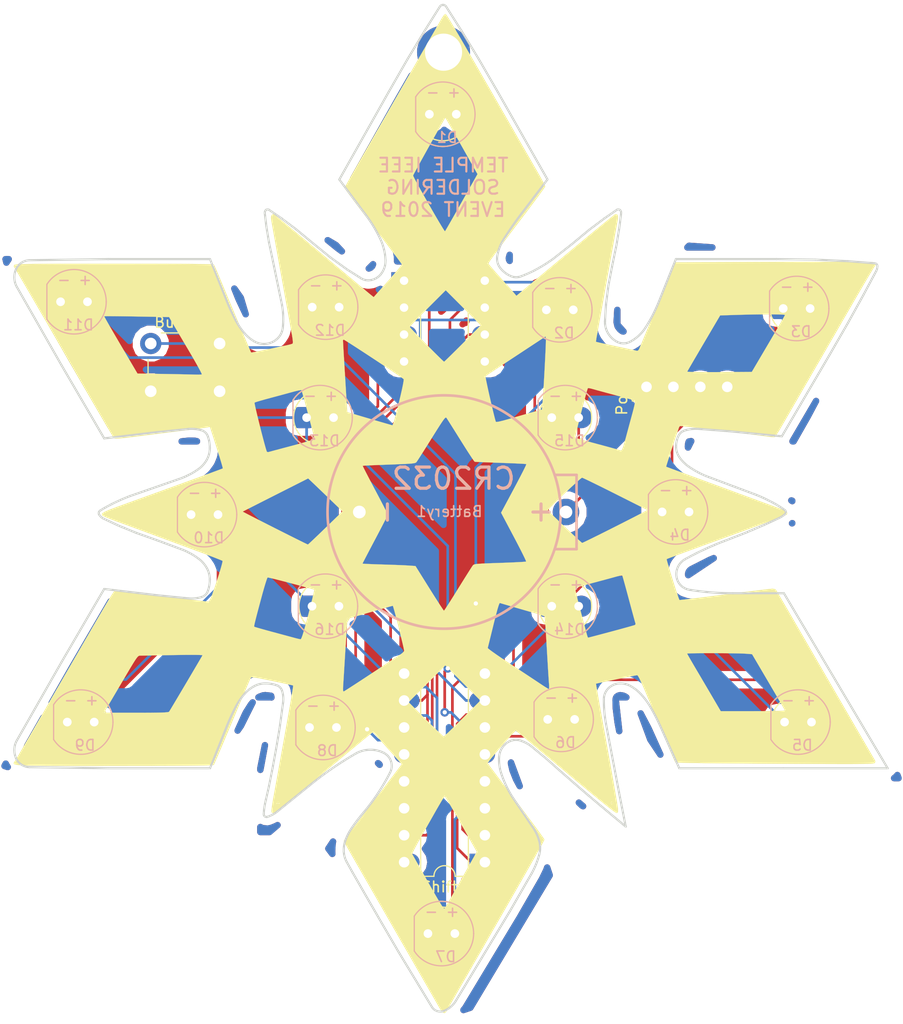
<source format=kicad_pcb>
(kicad_pcb (version 20171130) (host pcbnew "(5.0.0)")
  (layers (0 F.Cu signal) (31 B.Cu signal) (34 B.Paste user) (35 F.Paste user) (36 B.SilkS user) (37 F.SilkS user) (38 B.Mask user) (39 F.Mask user hide) (44 Edge.Cuts user))
  (net 0 "")
  (net 1 BTN)
  (net 2 GND)
  (net 3 "Net-(D1-Pad2)")
  (net 4 "Net-(D3-Pad2)")
  (net 5 "Net-(D5-Pad2)")
  (net 6 "Net-(D7-Pad2)")
  (net 7 "Net-(D10-Pad2)")
  (net 8 "Net-(D11-Pad2)")
  (net 9 "Net-(D13-Pad2)")
  (net 10 "Net-(D15-Pad2)")
  (net 11 VCC)
  (net 12 "Net-(Battery1-Pad2)")
  (net 13 "Net-(Shift1-Pad14)")
  (net 14 "Net-(Shift1-Pad13)")
  (net 15 "Net-(Shift1-Pad12)")
  (net 16 "Net-(Shift1-Pad11)")
  (module "TEST:snowflake large" (layer F.Cu) (at 127 97.79)
    (fp_text reference G*** hide)
    (fp_text value LOGO hide)
  )
  (module "TEST:4mm Mount" (layer F.Cu) (at 126.95 51.95)
    (fp_text reference g1 (at 0.5 6) (layer F.SilkS))
    (fp_text value "4mm Mount")
    (pad 1 thru_hole circle (at 0 2.5) (size 5 5) (drill 3.5) (layers *.Cu *.Mask))
  )
  (module Buttons_Switches_THT:SW_PUSH_6mm_h5mm (layer F.Cu) (at 99.314 81.915)
    (fp_text reference Button1 (at 3.25 -2) (layer F.SilkS))
    (fp_text value SW_Push)
    (pad 2 thru_hole circle (at 0 4.5 90) (size 2 2) (drill 1.1) (layers *.Cu *.Mask) (net 2 GND))
    (pad 1 thru_hole circle (at 0 0 90) (size 2 2) (drill 1.1) (layers *.Cu *.Mask) (net 1 BTN))
    (pad 2 thru_hole circle (at 6.5 4.5 90) (size 2 2) (drill 1.1) (layers *.Cu *.Mask) (net 2 GND))
    (pad 1 thru_hole circle (at 6.5 0 90) (size 2 2) (drill 1.1) (layers *.Cu *.Mask) (net 1 BTN))
  )
  (module TEST:LED_D5.0mm_BigPads (layer F.Cu) (at 125.61 60.3)
    (fp_text reference D1 (at 1.6764 2.1844) (layer B.SilkS) (effects (justify mirror)))
    (fp_text value LED)
    (fp_text user "+ -" (at 1.3208 -2.0828) (layer B.SilkS) (effects (justify mirror)))
    (pad 2 thru_hole oval (at 2.54 0) (size 2 2) (drill 0.82 (offset 0.25 0)) (layers *.Cu *.Mask) (net 3 "Net-(D1-Pad2)"))
    (pad 1 thru_hole roundrect (at 0 0) (size 2 2) (drill 0.82 (offset -0.25 0)) (layers *.Cu *.Mask) (net 2 GND))
  )
  (module TEST:LED_D5.0mm_BigPads (layer F.Cu) (at 136.652 78.74)
    (fp_text reference D2 (at 1.6764 2.1844) (layer B.SilkS) (effects (justify mirror)))
    (fp_text value LED)
    (fp_text user "+ -" (at 1.3208 -2.0828) (layer B.SilkS) (effects (justify mirror)))
    (pad 2 thru_hole oval (at 2.54 0) (size 2 2) (drill 0.82 (offset 0.25 0)) (layers *.Cu *.Mask) (net 3 "Net-(D1-Pad2)"))
    (pad 1 thru_hole roundrect (at 0 0) (size 2 2) (drill 0.82 (offset -0.25 0)) (layers *.Cu *.Mask) (net 2 GND))
  )
  (module TEST:LED_D5.0mm_BigPads (layer F.Cu) (at 159.004 78.613)
    (fp_text reference D3 (at 1.6764 2.1844) (layer B.SilkS) (effects (justify mirror)))
    (fp_text value LED)
    (fp_text user "+ -" (at 1.3208 -2.0828) (layer B.SilkS) (effects (justify mirror)))
    (pad 2 thru_hole oval (at 2.54 0) (size 2 2) (drill 0.82 (offset 0.25 0)) (layers *.Cu *.Mask) (net 4 "Net-(D3-Pad2)"))
    (pad 1 thru_hole roundrect (at 0 0) (size 2 2) (drill 0.82 (offset -0.25 0)) (layers *.Cu *.Mask) (net 2 GND))
  )
  (module TEST:LED_D5.0mm_BigPads (layer F.Cu) (at 147.574 97.79)
    (fp_text reference D4 (at 1.6764 2.1844) (layer B.SilkS) (effects (justify mirror)))
    (fp_text value LED)
    (fp_text user "+ -" (at 1.3208 -2.0828) (layer B.SilkS) (effects (justify mirror)))
    (pad 2 thru_hole oval (at 2.54 0) (size 2 2) (drill 0.82 (offset 0.25 0)) (layers *.Cu *.Mask) (net 4 "Net-(D3-Pad2)"))
    (pad 1 thru_hole roundrect (at 0 0) (size 2 2) (drill 0.82 (offset -0.25 0)) (layers *.Cu *.Mask) (net 2 GND))
  )
  (module TEST:LED_D5.0mm_BigPads (layer F.Cu) (at 159.131 117.602)
    (fp_text reference D5 (at 1.6764 2.1844) (layer B.SilkS) (effects (justify mirror)))
    (fp_text value LED)
    (fp_text user "+ -" (at 1.3208 -2.0828) (layer B.SilkS) (effects (justify mirror)))
    (pad 2 thru_hole oval (at 2.54 0) (size 2 2) (drill 0.82 (offset 0.25 0)) (layers *.Cu *.Mask) (net 5 "Net-(D5-Pad2)"))
    (pad 1 thru_hole roundrect (at 0 0) (size 2 2) (drill 0.82 (offset -0.25 0)) (layers *.Cu *.Mask) (net 2 GND))
  )
  (module TEST:LED_D5.0mm_BigPads (layer F.Cu) (at 136.779 117.348)
    (fp_text reference D6 (at 1.6764 2.1844) (layer B.SilkS) (effects (justify mirror)))
    (fp_text value LED)
    (fp_text user "+ -" (at 1.3208 -2.0828) (layer B.SilkS) (effects (justify mirror)))
    (pad 2 thru_hole oval (at 2.54 0) (size 2 2) (drill 0.82 (offset 0.25 0)) (layers *.Cu *.Mask) (net 5 "Net-(D5-Pad2)"))
    (pad 1 thru_hole roundrect (at 0 0) (size 2 2) (drill 0.82 (offset -0.25 0)) (layers *.Cu *.Mask) (net 2 GND))
  )
  (module TEST:LED_D5.0mm_BigPads (layer F.Cu) (at 125.476 137.541)
    (fp_text reference D7 (at 1.6764 2.1844) (layer B.SilkS) (effects (justify mirror)))
    (fp_text value LED)
    (fp_text user "+ -" (at 1.3208 -2.0828) (layer B.SilkS) (effects (justify mirror)))
    (pad 2 thru_hole oval (at 2.54 0) (size 2 2) (drill 0.82 (offset 0.25 0)) (layers *.Cu *.Mask) (net 6 "Net-(D7-Pad2)"))
    (pad 1 thru_hole roundrect (at 0 0) (size 2 2) (drill 0.82 (offset -0.25 0)) (layers *.Cu *.Mask) (net 2 GND))
  )
  (module TEST:LED_D5.0mm_BigPads (layer F.Cu) (at 114.3 118.11)
    (fp_text reference D8 (at 1.6764 2.1844) (layer B.SilkS) (effects (justify mirror)))
    (fp_text value LED)
    (fp_text user "+ -" (at 1.3208 -2.0828) (layer B.SilkS) (effects (justify mirror)))
    (pad 2 thru_hole oval (at 2.54 0) (size 2 2) (drill 0.82 (offset 0.25 0)) (layers *.Cu *.Mask) (net 6 "Net-(D7-Pad2)"))
    (pad 1 thru_hole roundrect (at 0 0) (size 2 2) (drill 0.82 (offset -0.25 0)) (layers *.Cu *.Mask) (net 2 GND))
  )
  (module TEST:LED_D5.0mm_BigPads (layer F.Cu) (at 91.44 117.602)
    (fp_text reference D9 (at 1.6764 2.1844) (layer B.SilkS) (effects (justify mirror)))
    (fp_text value LED)
    (fp_text user "+ -" (at 1.3208 -2.0828) (layer B.SilkS) (effects (justify mirror)))
    (pad 2 thru_hole oval (at 2.54 0) (size 2 2) (drill 0.82 (offset 0.25 0)) (layers *.Cu *.Mask) (net 7 "Net-(D10-Pad2)"))
    (pad 1 thru_hole roundrect (at 0 0) (size 2 2) (drill 0.82 (offset -0.25 0)) (layers *.Cu *.Mask) (net 2 GND))
  )
  (module TEST:LED_D5.0mm_BigPads (layer F.Cu) (at 103.124 98.044)
    (fp_text reference D10 (at 1.6764 2.1844) (layer B.SilkS) (effects (justify mirror)))
    (fp_text value LED)
    (fp_text user "+ -" (at 1.3208 -2.0828) (layer B.SilkS) (effects (justify mirror)))
    (pad 2 thru_hole oval (at 2.54 0) (size 2 2) (drill 0.82 (offset 0.25 0)) (layers *.Cu *.Mask) (net 7 "Net-(D10-Pad2)"))
    (pad 1 thru_hole roundrect (at 0 0) (size 2 2) (drill 0.82 (offset -0.25 0)) (layers *.Cu *.Mask) (net 2 GND))
  )
  (module TEST:LED_D5.0mm_BigPads (layer F.Cu) (at 90.805 77.978)
    (fp_text reference D11 (at 1.6764 2.1844) (layer B.SilkS) (effects (justify mirror)))
    (fp_text value LED)
    (fp_text user "+ -" (at 1.3208 -2.0828) (layer B.SilkS) (effects (justify mirror)))
    (pad 2 thru_hole oval (at 2.54 0) (size 2 2) (drill 0.82 (offset 0.25 0)) (layers *.Cu *.Mask) (net 8 "Net-(D11-Pad2)"))
    (pad 1 thru_hole roundrect (at 0 0) (size 2 2) (drill 0.82 (offset -0.25 0)) (layers *.Cu *.Mask) (net 2 GND))
  )
  (module TEST:LED_D5.0mm_BigPads (layer F.Cu) (at 114.554 78.486)
    (fp_text reference D12 (at 1.6764 2.1844) (layer B.SilkS) (effects (justify mirror)))
    (fp_text value LED)
    (fp_text user "+ -" (at 1.3208 -2.0828) (layer B.SilkS) (effects (justify mirror)))
    (pad 2 thru_hole oval (at 2.54 0) (size 2 2) (drill 0.82 (offset 0.25 0)) (layers *.Cu *.Mask) (net 8 "Net-(D11-Pad2)"))
    (pad 1 thru_hole roundrect (at 0 0) (size 2 2) (drill 0.82 (offset -0.25 0)) (layers *.Cu *.Mask) (net 2 GND))
  )
  (module TEST:LED_D5.0mm_BigPads (layer F.Cu) (at 114.027 88.9)
    (fp_text reference D13 (at 1.6764 2.1844) (layer B.SilkS) (effects (justify mirror)))
    (fp_text value LED)
    (fp_text user "+ -" (at 1.3208 -2.0828) (layer B.SilkS) (effects (justify mirror)))
    (pad 2 thru_hole oval (at 2.54 0) (size 2 2) (drill 0.82 (offset 0.25 0)) (layers *.Cu *.Mask) (net 9 "Net-(D13-Pad2)"))
    (pad 1 thru_hole roundrect (at 0 0) (size 2 2) (drill 0.82 (offset -0.25 0)) (layers *.Cu *.Mask) (net 2 GND))
  )
  (module TEST:LED_D5.0mm_BigPads (layer F.Cu) (at 137.16 106.68)
    (fp_text reference D14 (at 1.6764 2.1844) (layer B.SilkS) (effects (justify mirror)))
    (fp_text value LED)
    (fp_text user "+ -" (at 1.3208 -2.0828) (layer B.SilkS) (effects (justify mirror)))
    (pad 2 thru_hole oval (at 2.54 0) (size 2 2) (drill 0.82 (offset 0.25 0)) (layers *.Cu *.Mask) (net 9 "Net-(D13-Pad2)"))
    (pad 1 thru_hole roundrect (at 0 0) (size 2 2) (drill 0.82 (offset -0.25 0)) (layers *.Cu *.Mask) (net 2 GND))
  )
  (module TEST:LED_D5.0mm_BigPads (layer F.Cu) (at 137.16 88.9)
    (fp_text reference D15 (at 1.6764 2.1844) (layer B.SilkS) (effects (justify mirror)))
    (fp_text value LED)
    (fp_text user "+ -" (at 1.3208 -2.0828) (layer B.SilkS) (effects (justify mirror)))
    (pad 2 thru_hole oval (at 2.54 0) (size 2 2) (drill 0.82 (offset 0.25 0)) (layers *.Cu *.Mask) (net 10 "Net-(D15-Pad2)"))
    (pad 1 thru_hole roundrect (at 0 0) (size 2 2) (drill 0.82 (offset -0.25 0)) (layers *.Cu *.Mask) (net 2 GND))
  )
  (module TEST:LED_D5.0mm_BigPads (layer F.Cu) (at 114.535 106.68)
    (fp_text reference D16 (at 1.6764 2.1844) (layer B.SilkS) (effects (justify mirror)))
    (fp_text value LED)
    (fp_text user "+ -" (at 1.3208 -2.0828) (layer B.SilkS) (effects (justify mirror)))
    (pad 2 thru_hole oval (at 2.54 0) (size 2 2) (drill 0.82 (offset 0.25 0)) (layers *.Cu *.Mask) (net 10 "Net-(D15-Pad2)"))
    (pad 1 thru_hole roundrect (at 0 0) (size 2 2) (drill 0.82 (offset -0.25 0)) (layers *.Cu *.Mask) (net 2 GND))
  )
  (module Housings_DIP:DIP-8_W7.62mm_LongPads (layer F.Cu) (at 123.22 75.99)
    (fp_text reference Tiny85 (at 3.81 -2.33) (layer F.SilkS))
    (fp_text value ATtiny85-20PU)
    (pad 1 thru_hole rect (at 0 0) (size 2.4 1.6) (drill 0.8) (layers *.Cu *.Mask) (net 11 VCC))
    (pad 5 thru_hole oval (at 7.62 7.62) (size 2.4 1.6) (drill 0.8) (layers *.Cu *.Mask) (net 13 "Net-(Shift1-Pad14)"))
    (pad 2 thru_hole oval (at 0 2.54) (size 2.4 1.6) (drill 0.8) (layers *.Cu *.Mask) (net 14 "Net-(Shift1-Pad13)"))
    (pad 6 thru_hole oval (at 7.62 5.08) (size 2.4 1.6) (drill 0.8) (layers *.Cu *.Mask) (net 16 "Net-(Shift1-Pad11)"))
    (pad 3 thru_hole oval (at 0 5.08) (size 2.4 1.6) (drill 0.8) (layers *.Cu *.Mask) (net 1 BTN))
    (pad 7 thru_hole oval (at 7.62 2.54) (size 2.4 1.6) (drill 0.8) (layers *.Cu *.Mask) (net 15 "Net-(Shift1-Pad12)"))
    (pad 4 thru_hole oval (at 0 7.62) (size 2.4 1.6) (drill 0.8) (layers *.Cu *.Mask) (net 2 GND))
    (pad 8 thru_hole oval (at 7.62 0) (size 2.4 1.6) (drill 0.8) (layers *.Cu *.Mask) (net 11 VCC))
  )
  (module "TEST:CR2032 Housing" (layer B.Cu) (at 127 97.8 270)
    (fp_text reference Battery1 (at -0.05 -0.5) (layer B.SilkS) (effects (justify mirror)))
    (fp_text value Conn_01x02)
    (fp_text user + (at 0 -9 270) (layer B.SilkS) (effects (font (size 2 2) (thickness 0.3)) (justify mirror)))
    (fp_text user - (at 0 5.5 270) (layer B.SilkS) (effects (font (size 2 2) (thickness 0.3)) (justify mirror)))
    (fp_text user CR2032 (at -3.15 -0.9) (layer B.SilkS) (effects (font (size 2 2) (thickness 0.3)) (justify mirror)))
    (pad 2 thru_hole circle (at 0 -11.5 270) (size 2.5 2.5) (drill 1.2) (layers *.Cu *.Mask) (net 12 "Net-(Battery1-Pad2)"))
    (pad 1 thru_hole circle (at 0 8 270) (size 2.5 2.5) (drill 1.2) (layers *.Cu *.Mask) (net 2 GND))
  )
  (module Pin_Headers:Pin_Header_Straight_1x04_Pitch2.54mm (layer F.Cu) (at 146.1 86 90)
    (fp_text reference Power1 (at 0 -2.33 90) (layer F.SilkS))
    (fp_text value Conn_01x04)
    (pad 1 thru_hole rect (at 0 0 90) (size 1.7 1.7) (drill 1) (layers *.Cu *.Mask) (net 11 VCC))
    (pad 2 thru_hole oval (at 0 2.54 90) (size 1.7 1.7) (drill 1) (layers *.Cu *.Mask) (net 12 "Net-(Battery1-Pad2)"))
    (pad 3 thru_hole oval (at 0 5.08 90) (size 1.7 1.7) (drill 1) (layers *.Cu *.Mask) (net 12 "Net-(Battery1-Pad2)"))
    (pad 4 thru_hole oval (at 0 7.62 90) (size 1.7 1.7) (drill 1) (layers *.Cu *.Mask) (net 12 "Net-(Battery1-Pad2)"))
  )
  (module TEST:DIP16-EzSolder (layer F.Cu) (at 130.85 130.81 180)
    (fp_text reference Shift1 (at 3.81 -2.33 180) (layer F.SilkS))
    (fp_text value 74HC595)
    (pad 16 thru_hole oval (at 7.62 0 180) (size 2.4 1.6) (drill 1 (offset -0.25 0)) (layers *.Cu *.Mask) (net 11 VCC))
    (pad 8 thru_hole oval (at 0 17.78 180) (size 2.4 1.6) (drill 1 (offset 0.25 0)) (layers *.Cu *.Mask) (net 2 GND))
    (pad 15 thru_hole oval (at 7.62 2.54 180) (size 2.4 1.6) (drill 1 (offset -0.25 0)) (layers *.Cu *.Mask) (net 3 "Net-(D1-Pad2)"))
    (pad 7 thru_hole oval (at 0 15.24 180) (size 2.4 1.6) (drill 1 (offset 0.25 0)) (layers *.Cu *.Mask) (net 10 "Net-(D15-Pad2)"))
    (pad 14 thru_hole oval (at 7.62 5.08 180) (size 2.4 1.6) (drill 1 (offset -0.25 0)) (layers *.Cu *.Mask) (net 13 "Net-(Shift1-Pad14)"))
    (pad 6 thru_hole oval (at 0 12.7 180) (size 2.4 1.6) (drill 1 (offset 0.25 0)) (layers *.Cu *.Mask) (net 9 "Net-(D13-Pad2)"))
    (pad 13 thru_hole oval (at 7.62 7.62 180) (size 2.4 1.6) (drill 1 (offset -0.25 0)) (layers *.Cu *.Mask) (net 14 "Net-(Shift1-Pad13)"))
    (pad 5 thru_hole oval (at 0 10.16 180) (size 2.4 1.6) (drill 1 (offset 0.25 0)) (layers *.Cu *.Mask) (net 8 "Net-(D11-Pad2)"))
    (pad 12 thru_hole oval (at 7.62 10.16 180) (size 2.4 1.6) (drill 1 (offset -0.25 0)) (layers *.Cu *.Mask) (net 15 "Net-(Shift1-Pad12)"))
    (pad 4 thru_hole oval (at 0 7.62 180) (size 2.4 1.6) (drill 1 (offset 0.25 0)) (layers *.Cu *.Mask) (net 7 "Net-(D10-Pad2)"))
    (pad 11 thru_hole oval (at 7.62 12.7 180) (size 2.4 1.6) (drill 1 (offset -0.25 0)) (layers *.Cu *.Mask) (net 16 "Net-(Shift1-Pad11)"))
    (pad 3 thru_hole oval (at 0 5.08 180) (size 2.4 1.6) (drill 1 (offset 0.25 0)) (layers *.Cu *.Mask) (net 6 "Net-(D7-Pad2)"))
    (pad 10 thru_hole oval (at 7.62 15.24 180) (size 2.4 1.6) (drill 1 (offset -0.25 0)) (layers *.Cu *.Mask) (net 11 VCC))
    (pad 2 thru_hole oval (at 0 2.54 180) (size 2.4 1.6) (drill 1 (offset 0.25 0)) (layers *.Cu *.Mask) (net 5 "Net-(D5-Pad2)"))
    (pad 9 thru_hole oval (at 7.62 17.78 180) (size 2.4 1.6) (drill 1 (offset -0.25 0)) (layers *.Cu *.Mask))
    (pad 1 thru_hole rect (at 0 0 180) (size 2.4 1.6) (drill 1 (offset 0.25 0)) (layers *.Cu *.Mask) (net 4 "Net-(D3-Pad2)"))
  )
  (gr_text "TEMPLE IEEE\nSOLDERING\nEVENT 2019" (at 126.9 67.2) (layer B.SilkS) (effects (font (size 1.3 1.3) (thickness 0.2)) (justify mirror)))
  (gr_arc (start 133.118852 122.656231) (end 135.22033 119.875882) (angle -18.67024446) (layer Edge.Cuts) (width 0.2))
  (gr_line (start 122.718667 139.298119) (end 125.851626 144.462834) (layer Edge.Cuts) (width 0.2))
  (gr_arc (start 133.781819 120.664784) (end 134.219695 119.349466) (angle -33.28813702) (layer Edge.Cuts) (width 0.2))
  (gr_arc (start 133.832573 120.855866) (end 133.425937 119.324954) (angle -30.12468325) (layer Edge.Cuts) (width 0.2))
  (gr_arc (start 136.371488 121.142164) (end 132.191694 120.895205) (angle -22.06084434) (layer Edge.Cuts) (width 0.2))
  (gr_line (start 135.322704 127.456343) (end 133.406048 124.609359) (layer Edge.Cuts) (width 0.2))
  (gr_line (start 128.103335 143.89061) (end 133.195089 135.456343) (layer Edge.Cuts) (width 0.2))
  (gr_line (start 135.22033 119.875882) (end 136.635394 121.041756) (layer Edge.Cuts) (width 0.2))
  (gr_arc (start 126.632241 143.972642) (end 125.851626 144.462834) (angle -78.01128738) (layer Edge.Cuts) (width 0.2))
  (gr_arc (start 119.830885 129.684579) (end 117.533144 129.826357) (angle -24.84875189) (layer Edge.Cuts) (width 0.2))
  (gr_line (start 119.622544 133.973336) (end 121.118053 136.555576) (layer Edge.Cuts) (width 0.2))
  (gr_arc (start 142.188099 119.175663) (end 132.40496 122.483179) (angle -13.06667898) (layer Edge.Cuts) (width 0.2))
  (gr_arc (start 131.943073 129.925552) (end 135.97352 128.796661) (angle -20.5053548) (layer Edge.Cuts) (width 0.2))
  (gr_arc (start 133.60635 129.459682) (end 135.982039 130.091499) (angle -30.54016238) (layer Edge.Cuts) (width 0.2))
  (gr_line (start 121.118053 136.555576) (end 122.718667 139.298119) (layer Edge.Cuts) (width 0.2))
  (gr_line (start 133.195089 135.456343) (end 135.263639 131.87088) (layer Edge.Cuts) (width 0.2))
  (gr_line (start 139.279878 123.366801) (end 140.660267 124.553616) (layer Edge.Cuts) (width 0.2))
  (gr_line (start 143.551131 124.456343) (end 142.283596 117.796403) (layer Edge.Cuts) (width 0.2))
  (gr_arc (start 133.977428 121.000715) (end 132.71252 119.73581) (angle -41.61854736) (layer Edge.Cuts) (width 0.2))
  (gr_line (start 117.805447 130.778798) (end 118.370333 131.794236) (layer Edge.Cuts) (width 0.2))
  (gr_line (start 118.370333 131.794236) (end 119.622544 133.973336) (layer Edge.Cuts) (width 0.2))
  (gr_arc (start 126.170254 142.712817) (end 126.949593 144.838053) (angle -38.50842366) (layer Edge.Cuts) (width 0.2))
  (gr_arc (start 128.472358 128.094284) (end 135.263639 131.87088) (angle -14.18502402) (layer Edge.Cuts) (width 0.2))
  (gr_line (start 144.141877 127.456343) (end 143.551131 124.456343) (layer Edge.Cuts) (width 0.2))
  (gr_line (start 141.766932 125.485164) (end 144.141877 127.456343) (layer Edge.Cuts) (width 0.2))
  (gr_line (start 140.660267 124.553616) (end 141.766932 125.485164) (layer Edge.Cuts) (width 0.2))
  (gr_line (start 137.863835 122.131968) (end 139.279878 123.366801) (layer Edge.Cuts) (width 0.2))
  (gr_line (start 136.635394 121.041756) (end 137.863835 122.131968) (layer Edge.Cuts) (width 0.2))
  (gr_arc (start 153.501292 105.426011) (end 159.150232 97.616312) (angle -7.411260217) (layer Edge.Cuts) (width 0.2))
  (gr_arc (start 157.632426 96.279306) (end 158.629141 98.357909) (angle -16.21851732) (layer Edge.Cuts) (width 0.2))
  (gr_line (start 155.490778 99.743336) (end 157.212321 99.012831) (layer Edge.Cuts) (width 0.2))
  (gr_line (start 163.965024 113.706343) (end 159.068531 105.456343) (layer Edge.Cuts) (width 0.2))
  (gr_line (start 157.212321 99.012831) (end 158.629141 98.357909) (layer Edge.Cuts) (width 0.2))
  (gr_line (start 153.598058 100.477484) (end 155.490778 99.743336) (layer Edge.Cuts) (width 0.2))
  (gr_arc (start 150.534887 103.663177) (end 149.750736 102.245455) (angle -68.54921396) (layer Edge.Cuts) (width 0.2))
  (gr_arc (start 150.381045 103.683422) (end 148.928602 103.874548) (angle -73.4091316) (layer Edge.Cuts) (width 0.2))
  (gr_line (start 168.861518 121.956343) (end 163.965024 113.706343) (layer Edge.Cuts) (width 0.2))
  (gr_line (start 159.028627 121.956343) (end 168.861518 121.956343) (layer Edge.Cuts) (width 0.2))
  (gr_arc (start 130.349975 125.641236) (end 147.391987 117.956343) (angle -6.114987532) (layer Edge.Cuts) (width 0.2))
  (gr_line (start 149.195736 121.956343) (end 159.028627 121.956343) (layer Edge.Cuts) (width 0.2))
  (gr_line (start 147.391987 117.956343) (end 149.195736 121.956343) (layer Edge.Cuts) (width 0.2))
  (gr_arc (start 154.621985 115.529271) (end 142.07738 115.436442) (angle -10.83571804) (layer Edge.Cuts) (width 0.2))
  (gr_arc (start 140.523412 119.675521) (end 146.476393 116.184683) (angle -12.86518577) (layer Edge.Cuts) (width 0.2))
  (gr_arc (start 143.528456 115.447178) (end 142.535461 114.38902) (angle -46.39570715) (layer Edge.Cuts) (width 0.2))
  (gr_line (start 154.420032 95.421212) (end 151.739077 94.416315) (layer Edge.Cuts) (width 0.2))
  (gr_arc (start 152.088093 90.64962) (end 149.207562 92.635679) (angle -20.91566127) (layer Edge.Cuts) (width 0.2))
  (gr_arc (start 155.062405 86.32182) (end 150.106379 93.533142) (angle -12.17763072) (layer Edge.Cuts) (width 0.2))
  (gr_line (start 156.485895 96.191828) (end 154.420032 95.421212) (layer Edge.Cuts) (width 0.2))
  (gr_arc (start 150.406795 111.132976) (end 158.095663 96.952896) (angle -6.327970787) (layer Edge.Cuts) (width 0.2))
  (gr_arc (start 159.006854 97.814534) (end 159.170032 97.996804) (angle -102.2842726) (layer Edge.Cuts) (width 0.2))
  (gr_arc (start 163.522553 127.144512) (end 153.598058 100.477484) (angle -8.533812455) (layer Edge.Cuts) (width 0.2))
  (gr_arc (start 142.699935 117.627859) (end 145.549691 114.946837) (angle -17.64014237) (layer Edge.Cuts) (width 0.2))
  (gr_arc (start 143.628822 115.554126) (end 143.628822 113.956343) (angle -43.18049499) (layer Edge.Cuts) (width 0.2))
  (gr_arc (start 154.253208 79.493682) (end 150.14949 105.12997) (angle -9.094480714) (layer Edge.Cuts) (width 0.2))
  (gr_arc (start 143.628822 115.959477) (end 144.603241 114.209319) (angle -29.10733202) (layer Edge.Cuts) (width 0.2))
  (gr_line (start 159.068531 105.456343) (end 154.253225 105.456343) (layer Edge.Cuts) (width 0.2))
  (gr_arc (start 110.244325 126.285286) (end 109.978669 126.27022) (angle -111.4766784) (layer Edge.Cuts) (width 0.2))
  (gr_arc (start 110.128375 116.167522) (end 110.128375 113.956343) (angle -27.22129051) (layer Edge.Cuts) (width 0.2))
  (gr_line (start 104.908181 121.956343) (end 106.508664 117.956343) (layer Edge.Cuts) (width 0.2))
  (gr_arc (start 87.912508 120.417302) (end 86.5982 120.993784) (angle -64.70427965) (layer Edge.Cuts) (width 0.2))
  (gr_line (start 87.872123 121.851912) (end 95.293095 121.956343) (layer Edge.Cuts) (width 0.2))
  (gr_line (start 110.461306 123.705197) (end 110.176927 124.956343) (layer Edge.Cuts) (width 0.2))
  (gr_line (start 111.471979 118.206343) (end 111.167929 120.016715) (layer Edge.Cuts) (width 0.2))
  (gr_arc (start 110.580794 117.047033) (end 109.116919 114.201239) (angle -20.63584895) (layer Edge.Cuts) (width 0.2))
  (gr_arc (start 112.601603 118.87572) (end 108.207907 114.899737) (angle -14.42130583) (layer Edge.Cuts) (width 0.2))
  (gr_line (start 111.167929 120.016715) (end 110.812862 121.94228) (layer Edge.Cuts) (width 0.2))
  (gr_arc (start 120.167051 129.663831) (end 117.670413 128.809033) (angle -22.43113108) (layer Edge.Cuts) (width 0.2))
  (gr_arc (start 122.336646 130.40665) (end 118.264474 127.623931) (angle -15.44665778) (layer Edge.Cuts) (width 0.2))
  (gr_arc (start 120.050349 123.026378) (end 121.292574 120.496163) (angle -56.12663886) (layer Edge.Cuts) (width 0.2))
  (gr_line (start 111.24306 126.043758) (end 114.258022 123.612124) (layer Edge.Cuts) (width 0.2))
  (gr_arc (start 110.945591 114.890064) (end 111.708474 114.648885) (angle -53.88367369) (layer Edge.Cuts) (width 0.2))
  (gr_arc (start 133.706075 138.175938) (end 119.39558 126.134442) (angle -5.732049375) (layer Edge.Cuts) (width 0.2))
  (gr_arc (start 104.038963 113.212688) (end 119.39558 126.134442) (angle -12.99837457) (layer Edge.Cuts) (width 0.2))
  (gr_arc (start 124.713381 125.240409) (end 107.356131 116.119268) (angle -5.914361377) (layer Edge.Cuts) (width 0.2))
  (gr_arc (start 109.402559 123.72965) (end 110.327568 126.538012) (angle -20.26592936) (layer Edge.Cuts) (width 0.2))
  (gr_arc (start 117.112704 126.674816) (end 110.176927 124.956343) (angle -10.66992579) (layer Edge.Cuts) (width 0.2))
  (gr_line (start 111.811594 115.714523) (end 111.471979 118.206343) (layer Edge.Cuts) (width 0.2))
  (gr_arc (start 120.688918 121.725714) (end 121.908494 122.349278) (angle -90.93142177) (layer Edge.Cuts) (width 0.2))
  (gr_arc (start 109.256916 115.423927) (end 111.811594 115.714523) (angle -24.03349465) (layer Edge.Cuts) (width 0.2))
  (gr_arc (start 135.060692 149.048567) (end 118.641949 120.584755) (angle -9.299727071) (layer Edge.Cuts) (width 0.2))
  (gr_arc (start 110.128373 117.322258) (end 111.200425 114.131633) (angle -18.57234488) (layer Edge.Cuts) (width 0.2))
  (gr_arc (start 88.305115 120.245099) (end 86.67763 119.336595) (angle -52.85454785) (layer Edge.Cuts) (width 0.2))
  (gr_line (start 95.293095 121.956343) (end 104.908181 121.956343) (layer Edge.Cuts) (width 0.2))
  (gr_line (start 110.812862 121.94228) (end 110.461306 123.705197) (layer Edge.Cuts) (width 0.2))
  (gr_arc (start 101.609147 91.765949) (end 104.891987 91.765952) (angle -20.09264223) (layer Edge.Cuts) (width 0.2))
  (gr_arc (start 103.879782 113.454696) (end 97.378482 96.287261) (angle -5.644097257) (layer Edge.Cuts) (width 0.2))
  (gr_line (start 121.751263 58.230693) (end 117.11054 66.456343) (layer Edge.Cuts) (width 0.2))
  (gr_arc (start 113.103495 76.669028) (end 107.330238 79.72902) (angle -13.19528597) (layer Edge.Cuts) (width 0.2))
  (gr_arc (start 110.448637 69.594672) (end 110.184481 69.330516) (angle -50.88402216) (layer Edge.Cuts) (width 0.2))
  (gr_line (start 90.900502 111.941764) (end 86.67763 119.336595) (layer Edge.Cuts) (width 0.2))
  (gr_line (start 94.923027 90.858437) (end 99.907507 90.268099) (layer Edge.Cuts) (width 0.2))
  (gr_line (start 119.185095 75.778915) (end 117.840604 74.930024) (layer Edge.Cuts) (width 0.2))
  (gr_arc (start 103.171765 93.2367) (end 104.115917 90.094801) (angle -21.45101659) (layer Edge.Cuts) (width 0.2))
  (gr_line (start 97.959013 99.770591) (end 99.903749 100.46025) (layer Edge.Cuts) (width 0.2))
  (gr_line (start 110.225666 70.873296) (end 110.471909 72.368886) (layer Edge.Cuts) (width 0.2))
  (gr_line (start 90.900502 83.970922) (end 94.923027 90.858437) (layer Edge.Cuts) (width 0.2))
  (gr_line (start 99.907507 105.644587) (end 94.923027 105.054249) (layer Edge.Cuts) (width 0.2))
  (gr_arc (start 99.83578 107.571225) (end 103.835126 102.202269) (angle -14.35830033) (layer Edge.Cuts) (width 0.2))
  (gr_arc (start 94.685069 97.902288) (end 94.539287 97.665897) (angle -90.05544052) (layer Edge.Cuts) (width 0.2))
  (gr_arc (start 110.000567 80.119402) (end 109.068825 81.702503) (angle -30.47914795) (layer Edge.Cuts) (width 0.2))
  (gr_line (start 116.273337 73.800562) (end 114.628136 72.462492) (layer Edge.Cuts) (width 0.2))
  (gr_line (start 94.85899 98.421081) (end 96.243715 99.068298) (layer Edge.Cuts) (width 0.2))
  (gr_line (start 104.908181 73.956343) (end 95.293095 73.956343) (layer Edge.Cuts) (width 0.2))
  (gr_line (start 102.220869 94.605726) (end 99.437056 95.573658) (layer Edge.Cuts) (width 0.2))
  (gr_arc (start 119.832337 74.687089) (end 119.185095 75.778915) (angle -30.65970201) (layer Edge.Cuts) (width 0.2))
  (gr_arc (start 87.912508 75.495384) (end 87.872123 74.060774) (angle -64.70427965) (layer Edge.Cuts) (width 0.2))
  (gr_arc (start 108.899164 77.788369) (end 120.969954 72.034291) (angle -11.43567556) (layer Edge.Cuts) (width 0.2))
  (gr_arc (start 110.000567 80.100968) (end 110.000567 81.956343) (angle -40.29578136) (layer Edge.Cuts) (width 0.2))
  (gr_line (start 94.923027 105.054249) (end 90.900502 111.941764) (layer Edge.Cuts) (width 0.2))
  (gr_arc (start 103.856886 104.964681) (end 104.108439 105.818467) (angle -52.74419357) (layer Edge.Cuts) (width 0.2))
  (gr_arc (start 116.302065 74.259453) (end 121.469229 74.057088) (angle -23.24416634) (layer Edge.Cuts) (width 0.2))
  (gr_line (start 114.628136 72.462492) (end 113.037157 71.149033) (layer Edge.Cuts) (width 0.2))
  (gr_line (start 102.887095 105.943677) (end 99.907507 105.644587) (layer Edge.Cuts) (width 0.2))
  (gr_line (start 86.67763 76.576091) (end 90.900502 83.970922) (layer Edge.Cuts) (width 0.2))
  (gr_line (start 117.840604 74.930024) (end 116.273337 73.800562) (layer Edge.Cuts) (width 0.2))
  (gr_arc (start 101.784926 104.176) (end 104.688733 105.28132) (angle -20.83906571) (layer Edge.Cuts) (width 0.2))
  (gr_arc (start 103.16205 102.606369) (end 102.887095 105.943677) (angle -21.12655893) (layer Edge.Cuts) (width 0.2))
  (gr_arc (start 102.65299 104.176001) (end 104.891987 104.176001) (angle -28.87773743) (layer Edge.Cuts) (width 0.2))
  (gr_arc (start 102.164001 104.445687) (end 104.613573 103.094695) (angle -24.43984136) (layer Edge.Cuts) (width 0.2))
  (gr_arc (start 102.218421 91.537689) (end 103.783056 93.779195) (angle -25.62490292) (layer Edge.Cuts) (width 0.2))
  (gr_line (start 99.903749 100.46025) (end 102.378782 101.378197) (layer Edge.Cuts) (width 0.2))
  (gr_line (start 96.243715 99.068298) (end 97.959013 99.770591) (layer Edge.Cuts) (width 0.2))
  (gr_line (start 110.83285 74.074367) (end 111.697329 78.254841) (layer Edge.Cuts) (width 0.2))
  (gr_line (start 110.077032 69.632969) (end 110.225666 70.873296) (layer Edge.Cuts) (width 0.2))
  (gr_line (start 113.037157 71.149033) (end 111.639078 70.10126) (layer Edge.Cuts) (width 0.2))
  (gr_arc (start 95.303222 97.52025) (end 94.448819 98.048298) (angle -32.03307385) (layer Edge.Cuts) (width 0.2))
  (gr_arc (start 88.305115 75.667587) (end 86.5982 74.918902) (angle -52.85454785) (layer Edge.Cuts) (width 0.2))
  (gr_line (start 95.293095 73.956343) (end 87.872123 74.060774) (layer Edge.Cuts) (width 0.2))
  (gr_line (start 106.508664 77.956343) (end 104.908181 73.956343) (layer Edge.Cuts) (width 0.2))
  (gr_line (start 99.907507 90.268099) (end 102.901506 89.967157) (layer Edge.Cuts) (width 0.2))
  (gr_arc (start 102.249193 110.167834) (end 95.721603 97.009884) (angle -5.276238127) (layer Edge.Cuts) (width 0.2))
  (gr_arc (start 110.898275 78.594132) (end 108.181172 80.966095) (angle -18.40066272) (layer Edge.Cuts) (width 0.2))
  (gr_arc (start 110.123265 80.24567) (end 111.2005 81.516092) (angle -43.67653493) (layer Edge.Cuts) (width 0.2))
  (gr_arc (start 119.832335 74.420446) (end 119.832336 75.956343) (angle -50.51709601) (layer Edge.Cuts) (width 0.2))
  (gr_arc (start 102.622557 91.765953) (end 104.598567 92.882061) (angle -29.45905245) (layer Edge.Cuts) (width 0.2))
  (gr_line (start 117.11054 66.456343) (end 119.589476 69.755274) (layer Edge.Cuts) (width 0.2))
  (gr_arc (start 103.861298 90.942107) (end 104.692189 90.638168) (angle -53.1817708) (layer Edge.Cuts) (width 0.2))
  (gr_arc (start 123.50634 71.155237) (end 106.508664 77.956343) (angle -6.117506751) (layer Edge.Cuts) (width 0.2))
  (gr_line (start 110.471909 72.368886) (end 110.83285 74.074367) (layer Edge.Cuts) (width 0.2))
  (gr_arc (start 104.229656 79.623338) (end 111.779711 80.420579) (angle -16.41233736) (layer Edge.Cuts) (width 0.2))
  (gr_line (start 111.639078 70.10126) (end 110.464124 69.301828) (layer Edge.Cuts) (width 0.2))
  (gr_line (start 99.437056 95.573658) (end 97.378482 96.287261) (layer Edge.Cuts) (width 0.2))
  (gr_arc (start 99.652374 87.861562) (end 102.220869 94.605726) (angle -14.06698592) (layer Edge.Cuts) (width 0.2))
  (gr_arc (start 119.485577 74.134775) (end 121.017763 75.397042) (angle -41.72562318) (layer Edge.Cuts) (width 0.2))
  (gr_arc (start 110.341926 69.487961) (end 110.464124 69.301828) (angle -78.28526905) (layer Edge.Cuts) (width 0.2))
  (gr_arc (start 133.428979 73.913725) (end 132.015671 73.68694) (angle -46.96566331) (layer Edge.Cuts) (width 0.2))
  (gr_line (start 123.566327 55.076274) (end 121.751263 58.230693) (layer Edge.Cuts) (width 0.2))
  (gr_arc (start 126.902653 50.325444) (end 127.185671 50.143551) (angle -59.08828766) (layer Edge.Cuts) (width 0.2))
  (gr_line (start 134.323393 69.635162) (end 136.754799 66.447425) (layer Edge.Cuts) (width 0.2))
  (gr_arc (start 136.234494 74.363909) (end 132.622478 72.081346) (angle -23.17407254) (layer Edge.Cuts) (width 0.2))
  (gr_line (start 126.599102 50.156153) (end 125.175649 52.416669) (layer Edge.Cuts) (width 0.2))
  (gr_line (start 130.242702 55.053797) (end 128.620275 52.397617) (layer Edge.Cuts) (width 0.2))
  (gr_line (start 136.754799 66.447425) (end 132.073393 58.210375) (layer Edge.Cuts) (width 0.2))
  (gr_line (start 132.073393 58.210375) (end 130.242702 55.053797) (layer Edge.Cuts) (width 0.2))
  (gr_line (start 128.620275 52.397617) (end 127.185671 50.143551) (layer Edge.Cuts) (width 0.2))
  (gr_line (start 125.175649 52.416669) (end 123.566327 55.076274) (layer Edge.Cuts) (width 0.2))
  (gr_arc (start 126.903419 50.3496) (end 126.891987 49.989184) (angle -55.7401391) (layer Edge.Cuts) (width 0.2))
  (gr_arc (start 161.243128 90.167814) (end 134.323393 69.635162) (angle -5.04373518) (layer Edge.Cuts) (width 0.2))
  (gr_line (start 165.098984 74.150838) (end 162.029612 74.00395) (layer Edge.Cuts) (width 0.2))
  (gr_arc (start 143.441614 69.48696) (end 143.598775 69.329798) (angle -78.54275417) (layer Edge.Cuts) (width 0.2))
  (gr_arc (start 133.81872 72.572082) (end 146.009647 80.411175) (angle -10.93473064) (layer Edge.Cuts) (width 0.2))
  (gr_line (start 143.537741 70.995377) (end 143.70645 69.636125) (layer Edge.Cuts) (width 0.2))
  (gr_line (start 143.270104 72.626331) (end 143.537741 70.995377) (layer Edge.Cuts) (width 0.2))
  (gr_arc (start 144.315822 79.858939) (end 142.318483 80.625389) (angle -40.35287675) (layer Edge.Cuts) (width 0.2))
  (gr_line (start 148.875793 73.956343) (end 147.27531 77.956343) (layer Edge.Cuts) (width 0.2))
  (gr_line (start 166.567615 77.345089) (end 167.777497 75.080066) (layer Edge.Cuts) (width 0.2))
  (gr_line (start 165.111303 79.975726) (end 166.567615 77.345089) (layer Edge.Cuts) (width 0.2))
  (gr_line (start 153.883486 90.181504) (end 158.874984 90.661124) (layer Edge.Cuts) (width 0.2))
  (gr_arc (start 150.677738 91.622028) (end 148.891987 91.622028) (angle -34.58532267) (layer Edge.Cuts) (width 0.2))
  (gr_arc (start 144.249647 79.884333) (end 142.181891 79.830081) (angle -22.49650372) (layer Edge.Cuts) (width 0.2))
  (gr_line (start 162.029612 74.00395) (end 158.38389 73.956343) (layer Edge.Cuts) (width 0.2))
  (gr_line (start 167.648216 74.352195) (end 165.098984 74.150838) (layer Edge.Cuts) (width 0.2))
  (gr_line (start 163.383486 82.970844) (end 165.111303 79.975726) (layer Edge.Cuts) (width 0.2))
  (gr_arc (start 151.214896 91.622027) (end 149.117182 90.624278) (angle -25.43748457) (layer Edge.Cuts) (width 0.2))
  (gr_arc (start 134.257078 73.270237) (end 132.298719 74.792009) (angle -31.15681506) (layer Edge.Cuts) (width 0.2))
  (gr_arc (start 133.804922 74.448533) (end 133.368541 75.58572) (angle -40.72842458) (layer Edge.Cuts) (width 0.2))
  (gr_arc (start 130.661864 65.687065) (end 134.216213 75.595033) (angle -8.335608594) (layer Edge.Cuts) (width 0.2))
  (gr_line (start 142.88384 74.492696) (end 143.270104 72.626331) (layer Edge.Cuts) (width 0.2))
  (gr_arc (start 167.624692 74.618453) (end 167.891987 74.618453) (angle -84.95087719) (layer Edge.Cuts) (width 0.2))
  (gr_line (start 158.874984 90.661124) (end 163.383486 82.970844) (layer Edge.Cuts) (width 0.2))
  (gr_arc (start 143.333413 69.595161) (end 143.70645 69.636125) (angle -51.2668085) (layer Edge.Cuts) (width 0.2))
  (gr_line (start 142.181891 79.830081) (end 142.273878 78.274892) (layer Edge.Cuts) (width 0.2))
  (gr_arc (start 166.90415 74.618453) (end 167.777497 75.080066) (angle -27.85897647) (layer Edge.Cuts) (width 0.2))
  (gr_arc (start 128.612994 61.845096) (end 135.615034 74.975086) (angle -7.523898637) (layer Edge.Cuts) (width 0.2))
  (gr_line (start 139.041357 72.560483) (end 137.273986 73.945196) (layer Edge.Cuts) (width 0.2))
  (gr_line (start 140.676183 71.209392) (end 139.041357 72.560483) (layer Edge.Cuts) (width 0.2))
  (gr_line (start 142.273878 78.274892) (end 142.509304 76.428669) (layer Edge.Cuts) (width 0.2))
  (gr_line (start 158.38389 73.956343) (end 148.875793 73.956343) (layer Edge.Cuts) (width 0.2))
  (gr_line (start 142.111056 70.129834) (end 140.676183 71.209392) (layer Edge.Cuts) (width 0.2))
  (gr_line (start 143.318802 69.301712) (end 142.111056 70.129834) (layer Edge.Cuts) (width 0.2))
  (gr_line (start 142.509304 76.428669) (end 142.88384 74.492696) (layer Edge.Cuts) (width 0.2))
  (gr_arc (start 143.935303 80.555312) (end 143.289979 81.736292) (angle -56.95421562) (layer Edge.Cuts) (width 0.2))
  (gr_line (start 151.002304 89.961241) (end 153.883486 90.181504) (layer Edge.Cuts) (width 0.2))
  (gr_arc (start 142.717979 78.294549) (end 144.573341 81.740244) (angle -28.9573579) (layer Edge.Cuts) (width 0.2))
  (gr_arc (start 150.785959 93.765437) (end 151.002304 89.961241) (angle -19.35284531) (layer Edge.Cuts) (width 0.2))
  (gr_arc (start 150.00071 91.044515) (end 149.729427 90.104501) (angle -48.46476051) (layer Edge.Cuts) (width 0.2))
  (segment (start 105.814 81.915) (end 99.314 81.915) (width 0.25) (layer B.Cu) (net 1))
  (segment (start 121.6947 80.8793) (end 121.6947 81.07) (width 0.25) (layer B.Cu) (net 1))
  (segment (start 119.9654 79.15) (end 121.6947 80.8793) (width 0.25) (layer B.Cu) (net 1))
  (segment (start 118.81031 77.11031) (end 119.9654 78.2654) (width 0.25) (layer B.Cu) (net 1))
  (segment (start 121.6947 81.07) (end 123.22 81.07) (width 0.25) (layer B.Cu) (net 1))
  (segment (start 116.63969 77.11031) (end 118.81031 77.11031) (width 0.25) (layer B.Cu) (net 1))
  (segment (start 115.9 77.85) (end 116.63969 77.11031) (width 0.25) (layer B.Cu) (net 1))
  (segment (start 105.814 81.915) (end 106.1958 82.2968) (width 0.25) (layer B.Cu) (net 1))
  (segment (start 106.1958 82.2968) (end 112.6655 82.2968) (width 0.25) (layer B.Cu) (net 1))
  (segment (start 112.6655 82.2968) (end 113.7123 81.25) (width 0.25) (layer B.Cu) (net 1))
  (segment (start 119.9654 78.2654) (end 119.9654 79.15) (width 0.25) (layer B.Cu) (net 1))
  (segment (start 113.7123 81.25) (end 114.6 81.25) (width 0.25) (layer B.Cu) (net 1))
  (segment (start 114.6 81.25) (end 115.9 79.95) (width 0.25) (layer B.Cu) (net 1))
  (segment (start 115.9 79.95) (end 115.9 77.85) (width 0.25) (layer B.Cu) (net 1))
  (segment (start 143.0452 93.2611) (end 143.0451 93.2612) (width 0.25) (layer B.Cu) (net 2))
  (segment (start 143.0451 93.2612) (end 141.5212 93.2612) (width 0.25) (layer B.Cu) (net 2))
  (segment (start 141.5212 93.2612) (end 137.16 88.9) (width 0.25) (layer B.Cu) (net 2))
  (segment (start 143.0452 93.2611) (end 147.574 97.79) (width 0.25) (layer B.Cu) (net 2))
  (segment (start 144.5175 102.9885) (end 140.8515 102.9885) (width 0.25) (layer B.Cu) (net 2))
  (segment (start 140.8515 102.9885) (end 137.16 106.68) (width 0.25) (layer B.Cu) (net 2))
  (segment (start 159.131 117.602) (end 144.5175 102.9885) (width 0.25) (layer B.Cu) (net 2))
  (segment (start 144.5175 102.9885) (end 147.574 99.932) (width 0.25) (layer B.Cu) (net 2))
  (segment (start 147.574 99.932) (end 147.574 97.79) (width 0.25) (layer B.Cu) (net 2))
  (segment (start 99.314 86.415) (end 90.877 77.978) (width 0.25) (layer B.Cu) (net 2))
  (segment (start 90.877 77.978) (end 90.805 77.978) (width 0.25) (layer B.Cu) (net 2))
  (segment (start 105.814 86.415) (end 99.314 86.415) (width 0.25) (layer B.Cu) (net 2))
  (segment (start 108.299 88.9) (end 105.814 86.415) (width 0.25) (layer B.Cu) (net 2))
  (segment (start 132.461 113.03) (end 136.779 117.348) (width 0.25) (layer B.Cu) (net 2))
  (segment (start 130.85 113.03) (end 132.461 113.03) (width 0.25) (layer B.Cu) (net 2))
  (segment (start 137.16 106.68) (end 137.16 108.331) (width 0.25) (layer B.Cu) (net 2))
  (segment (start 137.16 108.331) (end 132.461 113.03) (width 0.25) (layer B.Cu) (net 2))
  (segment (start 125.476 137.541) (end 127.7827 135.2343) (width 0.25) (layer F.Cu) (net 2))
  (segment (start 127.7827 135.2343) (end 127.7827 114.322) (width 0.25) (layer F.Cu) (net 2))
  (segment (start 127.7827 114.322) (end 129.0747 113.03) (width 0.25) (layer F.Cu) (net 2))
  (segment (start 124.7453 61.1647) (end 125.61 60.3) (width 0.25) (layer F.Cu) (net 2))
  (segment (start 130.85 113.03) (end 129.0747 113.03) (width 0.25) (layer F.Cu) (net 2))
  (segment (start 114.535 106.68) (end 114.535 117.875) (width 0.25) (layer F.Cu) (net 2))
  (segment (start 114.535 117.875) (end 114.3 118.11) (width 0.25) (layer F.Cu) (net 2))
  (segment (start 124.7453 79.6949) (end 135.6971 79.6949) (width 0.25) (layer B.Cu) (net 2))
  (segment (start 135.6971 79.6949) (end 136.652 78.74) (width 0.25) (layer B.Cu) (net 2))
  (segment (start 114.554 78.486) (end 116.3797 76.6603) (width 0.25) (layer B.Cu) (net 2))
  (segment (start 116.3797 76.6603) (end 119.0777 76.6603) (width 0.25) (layer B.Cu) (net 2))
  (segment (start 119.0777 76.6603) (end 122.1123 79.6949) (width 0.25) (layer B.Cu) (net 2))
  (segment (start 122.1123 79.6949) (end 124.7453 79.6949) (width 0.25) (layer B.Cu) (net 2))
  (segment (start 124.7453 79.6949) (end 124.7453 83.61) (width 0.25) (layer B.Cu) (net 2))
  (segment (start 123.22 83.61) (end 124.7453 83.61) (width 0.25) (layer B.Cu) (net 2))
  (segment (start 114.027 88.9) (end 114.027 92.827) (width 0.25) (layer B.Cu) (net 2))
  (segment (start 114.027 92.827) (end 119 97.8) (width 0.25) (layer B.Cu) (net 2))
  (segment (start 114.027 88.9) (end 108.299 88.9) (width 0.25) (layer B.Cu) (net 2))
  (segment (start 107.8186 102.7386) (end 110.5936 102.7386) (width 0.25) (layer B.Cu) (net 2))
  (segment (start 110.5936 102.7386) (end 114.535 106.68) (width 0.25) (layer B.Cu) (net 2))
  (segment (start 91.44 117.602) (end 95.4577 113.5843) (width 0.25) (layer B.Cu) (net 2))
  (segment (start 95.4577 113.5843) (end 96.9729 113.5843) (width 0.25) (layer B.Cu) (net 2))
  (segment (start 96.9729 113.5843) (end 107.8186 102.7386) (width 0.25) (layer B.Cu) (net 2))
  (segment (start 107.8186 102.7386) (end 103.124 98.044) (width 0.25) (layer B.Cu) (net 2))
  (segment (start 108.299 88.9) (end 108.299 92.869) (width 0.25) (layer B.Cu) (net 2))
  (segment (start 108.299 92.869) (end 103.124 98.044) (width 0.25) (layer B.Cu) (net 2))
  (segment (start 137.16 88.9) (end 137.16 79.248) (width 0.25) (layer F.Cu) (net 2))
  (segment (start 137.16 79.248) (end 136.652 78.74) (width 0.25) (layer F.Cu) (net 2))
  (segment (start 114.554 78.486) (end 114.554 88.373) (width 0.25) (layer F.Cu) (net 2))
  (segment (start 114.554 88.373) (end 114.027 88.9) (width 0.25) (layer F.Cu) (net 2))
  (segment (start 124.67 83.61) (end 125.6 82.68) (width 0.25) (layer F.Cu) (net 2))
  (segment (start 123.22 83.61) (end 124.67 83.61) (width 0.25) (layer F.Cu) (net 2))
  (segment (start 125.6 71.5047) (end 124.7453 70.65) (width 0.25) (layer F.Cu) (net 2))
  (segment (start 125.6 82.68) (end 125.6 71.5047) (width 0.25) (layer F.Cu) (net 2))
  (segment (start 124.7453 70.65) (end 124.7453 61.1647) (width 0.25) (layer F.Cu) (net 2))
  (segment (start 147.9563 88.35) (end 143.0452 93.2611) (width 0.25) (layer B.Cu) (net 2))
  (segment (start 147.9563 88.35) (end 154.75 88.35) (width 0.25) (layer B.Cu) (net 2))
  (segment (start 159.004 84.096) (end 159.004 78.613) (width 0.25) (layer B.Cu) (net 2))
  (segment (start 154.75 88.35) (end 159.004 84.096) (width 0.25) (layer B.Cu) (net 2))
  (segment (start 139.192 79.2106) (end 137.3153 77.3339) (width 0.25) (layer F.Cu) (net 3))
  (segment (start 137.3153 77.3339) (end 130.1899 77.3339) (width 0.25) (layer F.Cu) (net 3))
  (segment (start 130.1899 77.3339) (end 128.15 75.294) (width 0.25) (layer F.Cu) (net 3))
  (segment (start 128.15 75.294) (end 128.15 60.3) (width 0.25) (layer F.Cu) (net 3))
  (segment (start 139.192 78.74) (end 139.192 79.2106) (width 0.25) (layer F.Cu) (net 3))
  (segment (start 125.33 128.27) (end 123.23 128.27) (width 0.25) (layer F.Cu) (net 3))
  (segment (start 126.332399 127.267601) (end 125.33 128.27) (width 0.25) (layer F.Cu) (net 3))
  (segment (start 126.332399 112.525901) (end 126.332399 127.267601) (width 0.25) (layer F.Cu) (net 3))
  (segment (start 134.95 103.9083) (end 126.332399 112.525901) (width 0.25) (layer F.Cu) (net 3))
  (segment (start 137.2417 103.9083) (end 134.95 103.9083) (width 0.25) (layer F.Cu) (net 3))
  (segment (start 137.5 101) (end 137.5 103.65) (width 0.25) (layer F.Cu) (net 3))
  (segment (start 137.5 103.65) (end 137.2417 103.9083) (width 0.25) (layer F.Cu) (net 3))
  (segment (start 139.192 79.2106) (end 139.192 80.0653) (width 0.25) (layer F.Cu) (net 3))
  (segment (start 138.5393 80.718) (end 138.5393 91.3522) (width 0.25) (layer F.Cu) (net 3))
  (segment (start 138.5393 91.3522) (end 136.0058 93.8857) (width 0.25) (layer F.Cu) (net 3))
  (segment (start 136.0058 93.8857) (end 136.0058 99.5058) (width 0.25) (layer F.Cu) (net 3))
  (segment (start 139.192 80.0653) (end 138.5393 80.718) (width 0.25) (layer F.Cu) (net 3))
  (segment (start 136.0058 99.5058) (end 137.5 101) (width 0.25) (layer F.Cu) (net 3))
  (segment (start 161.544 78.613) (end 161.544 79.9383) (width 0.25) (layer F.Cu) (net 4))
  (segment (start 148.5076 90.6252) (end 150.9003 88.2325) (width 0.25) (layer F.Cu) (net 4))
  (segment (start 150.9003 88.2325) (end 153.2498 88.2325) (width 0.25) (layer F.Cu) (net 4))
  (segment (start 153.2498 88.2325) (end 161.544 79.9383) (width 0.25) (layer F.Cu) (net 4))
  (segment (start 150.114 97.79) (end 149.5764 97.79) (width 0.25) (layer F.Cu) (net 4))
  (segment (start 138.4878 106.2527) (end 144.5989 100.1416) (width 0.25) (layer F.Cu) (net 4))
  (segment (start 138.4878 110.3622) (end 138.4878 106.2527) (width 0.25) (layer F.Cu) (net 4))
  (segment (start 129.56 130.81) (end 128.23271 129.48271) (width 0.25) (layer F.Cu) (net 4))
  (segment (start 130.85 130.81) (end 129.56 130.81) (width 0.25) (layer F.Cu) (net 4))
  (segment (start 129.1 116.9) (end 131.95 116.9) (width 0.25) (layer F.Cu) (net 4))
  (segment (start 128.23271 129.48271) (end 128.23271 117.76729) (width 0.25) (layer F.Cu) (net 4))
  (segment (start 128.23271 117.76729) (end 129.1 116.9) (width 0.25) (layer F.Cu) (net 4))
  (segment (start 131.95 116.9) (end 138.4878 110.3622) (width 0.25) (layer F.Cu) (net 4))
  (segment (start 147.7624 100.1416) (end 146.75 100.1416) (width 0.25) (layer F.Cu) (net 4))
  (segment (start 150.114 97.79) (end 147.7624 100.1416) (width 0.25) (layer F.Cu) (net 4))
  (segment (start 144.5989 100.1416) (end 146.75 100.1416) (width 0.25) (layer F.Cu) (net 4))
  (segment (start 146.75 100.1416) (end 147.2247 100.1416) (width 0.25) (layer F.Cu) (net 4))
  (segment (start 148.5076 95.35) (end 148.95 95.35) (width 0.25) (layer F.Cu) (net 4))
  (segment (start 148.5076 95.35) (end 148.5076 90.6252) (width 0.25) (layer F.Cu) (net 4))
  (segment (start 150.114 96.514) (end 150.114 97.79) (width 0.25) (layer F.Cu) (net 4))
  (segment (start 148.95 95.35) (end 150.114 96.514) (width 0.25) (layer F.Cu) (net 4))
  (segment (start 139.319 117.348) (end 138.2437 117.348) (width 0.25) (layer F.Cu) (net 5))
  (segment (start 138.2437 117.348) (end 138.2437 117.8856) (width 0.25) (layer F.Cu) (net 5))
  (segment (start 137.1896 118.9397) (end 132.3403 118.9397) (width 0.25) (layer F.Cu) (net 5))
  (segment (start 138.2437 117.8856) (end 137.1896 118.9397) (width 0.25) (layer F.Cu) (net 5))
  (segment (start 132.3403 118.9397) (end 131.9 119.38) (width 0.25) (layer F.Cu) (net 5))
  (segment (start 131.9 119.38) (end 129.17 119.38) (width 0.25) (layer F.Cu) (net 5))
  (segment (start 129.17 119.38) (end 128.75 119.8) (width 0.25) (layer F.Cu) (net 5))
  (segment (start 128.75 127.72) (end 129.3 128.27) (width 0.25) (layer F.Cu) (net 5))
  (segment (start 128.75 119.8) (end 128.75 127.72) (width 0.25) (layer F.Cu) (net 5))
  (segment (start 129.3 128.27) (end 130.85 128.27) (width 0.25) (layer F.Cu) (net 5))
  (segment (start 139.319 116.0227) (end 139.319 117.348) (width 0.25) (layer F.Cu) (net 5))
  (segment (start 141.7277 113.614) (end 139.319 116.0227) (width 0.25) (layer F.Cu) (net 5))
  (segment (start 159.364 113.614) (end 141.7277 113.614) (width 0.25) (layer F.Cu) (net 5))
  (segment (start 161.671 115.921) (end 159.364 113.614) (width 0.25) (layer F.Cu) (net 5))
  (segment (start 161.671 117.602) (end 161.671 115.921) (width 0.25) (layer F.Cu) (net 5))
  (segment (start 129.1873 125.73) (end 129.0746 125.73) (width 0.25) (layer B.Cu) (net 6))
  (segment (start 130.85 125.73) (end 129.1873 125.73) (width 0.25) (layer B.Cu) (net 6))
  (segment (start 129.0746 125.73) (end 125.85 122.5054) (width 0.25) (layer B.Cu) (net 6))
  (segment (start 125.85 122.5054) (end 125.85 117.45) (width 0.25) (layer B.Cu) (net 6))
  (segment (start 125.85 117.45) (end 125.38499 116.98499) (width 0.25) (layer B.Cu) (net 6))
  (segment (start 125.38499 116.98499) (end 119.60029 116.98499) (width 0.25) (layer B.Cu) (net 6))
  (segment (start 118.47528 118.11) (end 119.60029 116.98499) (width 0.25) (layer B.Cu) (net 6))
  (segment (start 116.84 118.11) (end 118.47528 118.11) (width 0.25) (layer B.Cu) (net 6))
  (segment (start 128.016 126.7886) (end 129.0746 125.73) (width 0.25) (layer B.Cu) (net 6))
  (segment (start 128.016 137.541) (end 128.016 126.7886) (width 0.25) (layer B.Cu) (net 6))
  (segment (start 105.664 98.044) (end 105.664 106.736) (width 0.25) (layer F.Cu) (net 7))
  (segment (start 94.798 117.602) (end 93.98 117.602) (width 0.25) (layer F.Cu) (net 7))
  (segment (start 105.664 106.736) (end 94.798 117.602) (width 0.25) (layer F.Cu) (net 7))
  (segment (start 107.888 98.044) (end 105.664 98.044) (width 0.25) (layer B.Cu) (net 7))
  (segment (start 115.8627 106.0187) (end 107.888 98.044) (width 0.25) (layer B.Cu) (net 7))
  (segment (start 115.8627 107.4631) (end 115.8627 106.0187) (width 0.25) (layer B.Cu) (net 7))
  (segment (start 129.0747 123.19) (end 126.3321 120.4474) (width 0.25) (layer B.Cu) (net 7))
  (segment (start 130.85 123.19) (end 129.0747 123.19) (width 0.25) (layer B.Cu) (net 7))
  (segment (start 126.3321 120.4474) (end 126.3321 115.3321) (width 0.25) (layer B.Cu) (net 7))
  (segment (start 126.3321 115.3321) (end 125.3 114.3) (width 0.25) (layer B.Cu) (net 7))
  (segment (start 125.3 114.3) (end 122.6996 114.3) (width 0.25) (layer B.Cu) (net 7))
  (segment (start 122.6996 114.3) (end 115.8627 107.4631) (width 0.25) (layer B.Cu) (net 7))
  (segment (start 117.094 83.2417) (end 97.2834 83.2417) (width 0.25) (layer B.Cu) (net 8))
  (segment (start 97.2834 83.2417) (end 93.345 79.3033) (width 0.25) (layer B.Cu) (net 8))
  (segment (start 117.094 79.8113) (end 117.094 83.2417) (width 0.25) (layer B.Cu) (net 8))
  (segment (start 93.345 77.978) (end 93.345 79.3033) (width 0.25) (layer B.Cu) (net 8))
  (segment (start 117.094 78.486) (end 117.094 79.8113) (width 0.25) (layer B.Cu) (net 8))
  (segment (start 128.07 112.4924) (end 128.07 94.2177) (width 0.25) (layer B.Cu) (net 8))
  (segment (start 128.069701 112.492699) (end 128.07 112.4924) (width 0.25) (layer B.Cu) (net 8))
  (segment (start 128.069701 113.269701) (end 128.069701 112.492699) (width 0.25) (layer B.Cu) (net 8))
  (segment (start 130.85 120.65) (end 131 120.65) (width 0.25) (layer B.Cu) (net 8))
  (segment (start 128.07 94.2177) (end 117.094 83.2417) (width 0.25) (layer B.Cu) (net 8))
  (segment (start 131 120.65) (end 132.8 118.85) (width 0.25) (layer B.Cu) (net 8))
  (segment (start 132.8 118.85) (end 132.8 114.6) (width 0.25) (layer B.Cu) (net 8))
  (segment (start 132.8 114.6) (end 132.45 114.25) (width 0.25) (layer B.Cu) (net 8))
  (segment (start 132.45 114.25) (end 129.05 114.25) (width 0.25) (layer B.Cu) (net 8))
  (segment (start 129.05 114.25) (end 128.069701 113.269701) (width 0.25) (layer B.Cu) (net 8))
  (segment (start 130.85 118.11) (end 132.1253 118.11) (width 0.25) (layer F.Cu) (net 9))
  (segment (start 132.1253 118.11) (end 139.7 110.5353) (width 0.25) (layer F.Cu) (net 9))
  (segment (start 139.7 110.5353) (end 139.7 106.68) (width 0.25) (layer F.Cu) (net 9))
  (segment (start 130.85 118.11) (end 129.0747 118.11) (width 0.25) (layer B.Cu) (net 9))
  (segment (start 116.567 88.9) (end 116.567 90.2253) (width 0.25) (layer B.Cu) (net 9))
  (segment (start 127.3447 112.5393) (end 127.3447 101.003) (width 0.25) (layer B.Cu) (net 9))
  (segment (start 127.3447 101.003) (end 116.567 90.2253) (width 0.25) (layer B.Cu) (net 9))
  (segment (start 127.0574 116.6844) (end 127.0574 112.8266) (width 0.25) (layer F.Cu) (net 9))
  (segment (start 127.0574 112.8266) (end 127.3447 112.5393) (width 0.25) (layer F.Cu) (net 9))
  (segment (start 129.0747 118.11) (end 127.6491 116.6844) (width 0.25) (layer B.Cu) (net 9))
  (segment (start 127.6491 116.6844) (end 127.0574 116.6844) (width 0.25) (layer B.Cu) (net 9))
  (via (at 127.3447 112.5393) (size 0.8) (layers F.Cu B.Cu) (net 9))
  (via (at 127.0574 116.6844) (size 0.8) (layers F.Cu B.Cu) (net 9))
  (segment (start 130.85 115.57) (end 129.0747 115.57) (width 0.25) (layer B.Cu) (net 10))
  (segment (start 129.0747 115.57) (end 120.1847 106.68) (width 0.25) (layer B.Cu) (net 10))
  (segment (start 120.1847 106.68) (end 117.075 106.68) (width 0.25) (layer B.Cu) (net 10))
  (segment (start 136.77 99.35) (end 136.77 95.222) (width 0.25) (layer F.Cu) (net 10))
  (segment (start 138.6 104.1) (end 138.6 101.18) (width 0.25) (layer F.Cu) (net 10))
  (segment (start 131.93 115.57) (end 133.55 113.95) (width 0.25) (layer F.Cu) (net 10))
  (segment (start 130.85 115.57) (end 131.93 115.57) (width 0.25) (layer F.Cu) (net 10))
  (segment (start 133.55 113.95) (end 133.55 106.7) (width 0.25) (layer F.Cu) (net 10))
  (segment (start 138.6 101.18) (end 136.77 99.35) (width 0.25) (layer F.Cu) (net 10))
  (segment (start 133.55 106.7) (end 135.45 104.8) (width 0.25) (layer F.Cu) (net 10))
  (segment (start 135.45 104.8) (end 137.9 104.8) (width 0.25) (layer F.Cu) (net 10))
  (segment (start 139.7 92.292) (end 139.7 88.9) (width 0.25) (layer F.Cu) (net 10))
  (segment (start 136.77 95.222) (end 139.7 92.292) (width 0.25) (layer F.Cu) (net 10))
  (segment (start 137.9 104.8) (end 138.6 104.1) (width 0.25) (layer F.Cu) (net 10))
  (segment (start 137.7568 86) (end 146.1 86) (width 0.25) (layer B.Cu) (net 11))
  (segment (start 129.9933 106.4204) (end 129.9933 93.6251) (width 0.25) (layer B.Cu) (net 11))
  (segment (start 129.9933 93.6251) (end 137.6184 86) (width 0.25) (layer B.Cu) (net 11))
  (segment (start 137.6184 86) (end 137.7568 86) (width 0.25) (layer B.Cu) (net 11))
  (segment (start 136.0043 76.1317) (end 132.507 76.1317) (width 0.25) (layer B.Cu) (net 11))
  (segment (start 132.507 76.1317) (end 132.3653 75.99) (width 0.25) (layer B.Cu) (net 11))
  (segment (start 130.84 75.99) (end 132.3653 75.99) (width 0.25) (layer B.Cu) (net 11))
  (segment (start 123.23 115.57) (end 124.8927 115.57) (width 0.25) (layer F.Cu) (net 11))
  (segment (start 123.22 75.99) (end 124.7453 75.99) (width 0.25) (layer B.Cu) (net 11))
  (segment (start 130.84 75.99) (end 129.3147 75.99) (width 0.25) (layer B.Cu) (net 11))
  (segment (start 129.3147 75.99) (end 129.2914 75.9667) (width 0.25) (layer B.Cu) (net 11))
  (segment (start 129.2914 75.9667) (end 124.7686 75.9667) (width 0.25) (layer B.Cu) (net 11))
  (segment (start 124.7686 75.9667) (end 124.7453 75.99) (width 0.25) (layer B.Cu) (net 11))
  (via (at 129.9933 106.4204) (size 0.8) (layers F.Cu B.Cu) (net 11))
  (segment (start 125.432379 115.030321) (end 124.8927 115.57) (width 0.25) (layer F.Cu) (net 11))
  (segment (start 125.432379 110.981321) (end 125.432379 115.030321) (width 0.25) (layer F.Cu) (net 11))
  (segment (start 129.9933 106.4204) (end 125.432379 110.981321) (width 0.25) (layer F.Cu) (net 11))
  (segment (start 123.65 124.46) (end 124.84 124.46) (width 0.25) (layer F.Cu) (net 11))
  (segment (start 124.209 124.46) (end 123.65 124.46) (width 0.25) (layer F.Cu) (net 11))
  (segment (start 125.432379 123.867621) (end 125.432379 115.030321) (width 0.25) (layer F.Cu) (net 11))
  (segment (start 124.84 124.46) (end 125.432379 123.867621) (width 0.25) (layer F.Cu) (net 11))
  (segment (start 122.6849 124.46) (end 123.65 124.46) (width 0.25) (layer F.Cu) (net 11))
  (segment (start 122.04 124.46) (end 122.6849 124.46) (width 0.25) (layer F.Cu) (net 11))
  (segment (start 121.7 124.8) (end 122.04 124.46) (width 0.25) (layer F.Cu) (net 11))
  (segment (start 121.7 130.5) (end 121.7 124.8) (width 0.25) (layer F.Cu) (net 11))
  (segment (start 123.23 130.81) (end 122.01 130.81) (width 0.25) (layer F.Cu) (net 11))
  (segment (start 122.01 130.81) (end 121.7 130.5) (width 0.25) (layer F.Cu) (net 11))
  (segment (start 136.3 76.4274) (end 137.2274 76.4274) (width 0.25) (layer B.Cu) (net 11))
  (segment (start 136.3 76.4274) (end 136.0043 76.1317) (width 0.25) (layer B.Cu) (net 11))
  (segment (start 137.2274 76.4274) (end 138 77.2) (width 0.25) (layer B.Cu) (net 11))
  (segment (start 138 80.7568) (end 137.7568 81) (width 0.25) (layer B.Cu) (net 11))
  (segment (start 138 77.2) (end 138 80.7568) (width 0.25) (layer B.Cu) (net 11))
  (segment (start 137.7568 86) (end 137.7568 81) (width 0.25) (layer B.Cu) (net 11))
  (segment (start 151.18 86) (end 148.64 86) (width 0.25) (layer F.Cu) (net 12))
  (segment (start 148.64 86) (end 148.64 87.66) (width 0.25) (layer F.Cu) (net 12))
  (segment (start 148.64 87.66) (end 138.5 97.8) (width 0.25) (layer F.Cu) (net 12))
  (segment (start 153.72 86) (end 151.18 86) (width 0.25) (layer B.Cu) (net 12))
  (segment (start 132.3653 83.61) (end 130.84 83.61) (width 0.25) (layer F.Cu) (net 13))
  (segment (start 135.5554 100.15) (end 135.5554 86.8001) (width 0.25) (layer F.Cu) (net 13))
  (segment (start 136.75 101.3446) (end 135.5554 100.15) (width 0.25) (layer F.Cu) (net 13))
  (segment (start 136.75 103.1) (end 136.75 101.3446) (width 0.25) (layer F.Cu) (net 13))
  (segment (start 135.5554 86.8001) (end 132.3653 83.61) (width 0.25) (layer F.Cu) (net 13))
  (segment (start 125.02 125.73) (end 125.882389 124.867611) (width 0.25) (layer F.Cu) (net 13))
  (segment (start 125.882389 124.867611) (end 125.882389 112.133211) (width 0.25) (layer F.Cu) (net 13))
  (segment (start 125.882389 112.133211) (end 134.65 103.3656) (width 0.25) (layer F.Cu) (net 13))
  (segment (start 134.65 103.3656) (end 136.4844 103.3656) (width 0.25) (layer F.Cu) (net 13))
  (segment (start 123.23 125.73) (end 125.02 125.73) (width 0.25) (layer F.Cu) (net 13))
  (segment (start 136.4844 103.3656) (end 136.75 103.1) (width 0.25) (layer F.Cu) (net 13))
  (via (at 119.7347 118.281) (size 0.8) (layers F.Cu B.Cu) (net 14))
  (segment (start 115.9951 114.5414) (end 119.7347 118.281) (width 0.25) (layer F.Cu) (net 14))
  (segment (start 115.9951 92.5813) (end 115.9951 114.5414) (width 0.25) (layer F.Cu) (net 14))
  (segment (start 120.75 87.8264) (end 115.9951 92.5813) (width 0.25) (layer F.Cu) (net 14))
  (segment (start 120.75 79.55) (end 120.75 87.8264) (width 0.25) (layer F.Cu) (net 14))
  (segment (start 121.77 78.53) (end 120.75 79.55) (width 0.25) (layer F.Cu) (net 14))
  (segment (start 123.22 78.53) (end 121.77 78.53) (width 0.25) (layer F.Cu) (net 14))
  (segment (start 120.7537 119.3) (end 119.7347 118.281) (width 0.25) (layer B.Cu) (net 14))
  (segment (start 124.85 119.3) (end 120.7537 119.3) (width 0.25) (layer B.Cu) (net 14))
  (segment (start 125.4 119.85) (end 124.85 119.3) (width 0.25) (layer B.Cu) (net 14))
  (segment (start 125.4 122.4) (end 125.4 119.85) (width 0.25) (layer B.Cu) (net 14))
  (segment (start 123.23 123.19) (end 124.61 123.19) (width 0.25) (layer B.Cu) (net 14))
  (segment (start 124.61 123.19) (end 125.4 122.4) (width 0.25) (layer B.Cu) (net 14))
  (segment (start 123.23 120.65) (end 118.6528 116.0728) (width 0.25) (layer F.Cu) (net 15))
  (segment (start 118.6528 116.0728) (end 118.6528 106.0997) (width 0.25) (layer F.Cu) (net 15))
  (segment (start 118.6528 106.0997) (end 116.9416 104.3885) (width 0.25) (layer F.Cu) (net 15))
  (segment (start 116.9416 104.3885) (end 116.9416 92.4284) (width 0.25) (layer F.Cu) (net 15))
  (segment (start 130.44 78.53) (end 130.41 78.5) (width 0.25) (layer F.Cu) (net 15))
  (segment (start 130.84 78.53) (end 130.44 78.53) (width 0.25) (layer F.Cu) (net 15))
  (segment (start 130.41 78.5) (end 128.75 78.5) (width 0.25) (layer F.Cu) (net 15))
  (segment (start 127.55 79.7) (end 127.55 81.82) (width 0.25) (layer F.Cu) (net 15))
  (segment (start 128.75 78.5) (end 127.55 79.7) (width 0.25) (layer F.Cu) (net 15))
  (segment (start 116.9416 92.4284) (end 127.55 81.82) (width 0.25) (layer F.Cu) (net 15))
  (segment (start 130.84 81.07) (end 129.3147 81.07) (width 0.25) (layer F.Cu) (net 16))
  (segment (start 123.23 118.11) (end 121.9547 118.11) (width 0.25) (layer F.Cu) (net 16))
  (segment (start 121.9547 118.11) (end 121.9547 107.6915) (width 0.25) (layer F.Cu) (net 16))
  (segment (start 121.9547 107.6915) (end 117.4169 103.1537) (width 0.25) (layer F.Cu) (net 16))
  (segment (start 117.4169 103.1537) (end 117.4169 92.9678) (width 0.25) (layer F.Cu) (net 16))
  (segment (start 117.4169 92.9678) (end 129.3147 81.07) (width 0.25) (layer F.Cu) (net 16))
  (zone (net 0) (net_name "") (layer B.Cu) (connect_pads (clearance 0.7)) (min_thickness 0.6) (fill yes (arc_segments 16) (thermal_gap 1) (thermal_bridge_width 1))
    (polygon (pts (xy 149.998246 104.14) (xy 153.808246 101.6) (xy 160.158246 99.06) (xy 160.158246 96.52) (xy 156.348246 95.25) (xy 149.86 92.71) (xy 151.13 90.17) (xy 153.808246 91.44) (xy 160.158246 91.44) (xy 161.565015 88.978154) (xy 169.048246 74.93) (xy 167.778246 73.66) (xy 149.998246 72.39) (xy 147.458246 74.93) (xy 146.188246 77.47) (xy 144.78 81.28) (xy 143.648246 80.01) (xy 143.648246 73.66) (xy 144.918246 69.85) (xy 143.648246 68.58) (xy 137.298246 72.39) (xy 133.488246 74.93) (xy 133.488246 72.39) (xy 137.16 67.31) (xy 128.27 50.8) (xy 125.868246 49.53) (xy 120.788246 57.15) (xy 116.978246 64.77) (xy 118.11 69.85) (xy 120.65 73.66) (xy 119.38 74.93) (xy 116.978246 72.39) (xy 110.49 68.58) (xy 109.22 71.12) (xy 110.49 73.66) (xy 111.76 80.01) (xy 109.22 81.28) (xy 108.088246 77.47) (xy 105.41 73.66) (xy 102.87 73.66) (xy 85.228246 73.66) (xy 86.498246 78.74) (xy 94.118246 91.44) (xy 99.198246 91.44) (xy 104.278246 91.44) (xy 103.008246 93.98) (xy 95.388246 96.52) (xy 92.848246 97.79) (xy 95.25 99.06) (xy 105.41 104.14) (xy 103.008246 105.41) (xy 94.118246 104.14) (xy 85.09 121.92) (xy 89.038246 123.19) (xy 105.41 121.92) (xy 108.088246 118.11) (xy 109.358246 115.57) (xy 110.628246 115.57) (xy 109.358246 121.92) (xy 109.358246 128.27) (xy 110.628246 128.27) (xy 119.518246 120.65) (xy 120.788246 121.92) (xy 115.708246 129.54) (xy 119.518246 134.62) (xy 125.868246 146.05) (xy 129.678246 144.78) (xy 137.298246 132.08) (xy 134.758246 124.46) (xy 133.35 120.65) (xy 134.62 120.65) (xy 139.838246 125.73) (xy 144.918246 128.27) (xy 144.78 127) (xy 143.51 115.57) (xy 144.78 115.57) (xy 146.188246 119.38) (xy 148.728246 123.19) (xy 170.318246 123.19) (xy 168.91 119.38) (xy 158.75 104.14) (xy 156.348246 104.14)))
  )
  (zone (net 0) (net_name "") (layer F.Cu) (connect_pads (clearance 0.7)) (min_thickness 0.6) (fill yes (arc_segments 16) (thermal_gap 1) (thermal_bridge_width 1))
    (polygon (pts (xy 149.998246 104.14) (xy 153.808246 101.6) (xy 160.158246 99.06) (xy 160.158246 96.52) (xy 156.348246 95.25) (xy 149.86 92.71) (xy 151.13 90.17) (xy 153.808246 91.44) (xy 160.158246 91.44) (xy 161.565015 88.978154) (xy 169.048246 74.93) (xy 167.778246 73.66) (xy 149.998246 72.39) (xy 147.458246 74.93) (xy 146.188246 77.47) (xy 144.78 81.28) (xy 143.648246 80.01) (xy 143.648246 73.66) (xy 144.918246 69.85) (xy 143.648246 68.58) (xy 137.298246 72.39) (xy 133.488246 74.93) (xy 133.488246 72.39) (xy 137.16 67.31) (xy 128.27 50.8) (xy 125.868246 49.53) (xy 120.788246 57.15) (xy 116.978246 64.77) (xy 118.11 69.85) (xy 120.65 73.66) (xy 119.38 74.93) (xy 116.978246 72.39) (xy 110.49 68.58) (xy 109.22 71.12) (xy 110.49 73.66) (xy 111.76 80.01) (xy 109.22 81.28) (xy 108.088246 77.47) (xy 105.41 73.66) (xy 102.87 73.66) (xy 85.228246 73.66) (xy 86.498246 78.74) (xy 94.118246 91.44) (xy 99.198246 91.44) (xy 104.278246 91.44) (xy 103.008246 93.98) (xy 95.388246 96.52) (xy 92.848246 97.79) (xy 95.25 99.06) (xy 105.41 104.14) (xy 103.008246 105.41) (xy 94.118246 104.14) (xy 85.09 121.92) (xy 89.038246 123.19) (xy 105.41 121.92) (xy 108.088246 118.11) (xy 109.358246 115.57) (xy 110.628246 115.57) (xy 109.358246 121.92) (xy 109.358246 128.27) (xy 110.628246 128.27) (xy 119.518246 120.65) (xy 120.788246 121.92) (xy 115.708246 129.54) (xy 119.518246 134.62) (xy 125.868246 146.05) (xy 129.678246 144.78) (xy 137.298246 132.08) (xy 134.758246 124.46) (xy 133.35 120.65) (xy 134.62 120.65) (xy 139.838246 125.73) (xy 144.918246 128.27) (xy 144.78 127) (xy 143.51 115.57) (xy 144.78 115.57) (xy 146.188246 119.38) (xy 148.728246 123.19) (xy 170.318246 123.19) (xy 168.91 119.38) (xy 158.75 104.14) (xy 156.348246 104.14)))
  )
)
</source>
